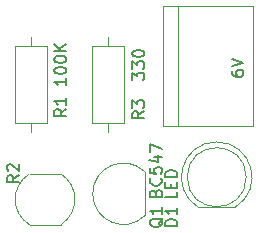
<source format=gbr>
G04 #@! TF.GenerationSoftware,KiCad,Pcbnew,(5.1.5)-3*
G04 #@! TF.CreationDate,2020-11-04T23:24:00+03:00*
G04 #@! TF.ProjectId,dark dedector,6461726b-2064-4656-9465-63746f722e6b,rev?*
G04 #@! TF.SameCoordinates,Original*
G04 #@! TF.FileFunction,Legend,Top*
G04 #@! TF.FilePolarity,Positive*
%FSLAX46Y46*%
G04 Gerber Fmt 4.6, Leading zero omitted, Abs format (unit mm)*
G04 Created by KiCad (PCBNEW (5.1.5)-3) date 2020-11-04 23:24:00*
%MOMM*%
%LPD*%
G04 APERTURE LIST*
%ADD10C,0.120000*%
%ADD11C,0.150000*%
G04 APERTURE END LIST*
D10*
X90000000Y-82120000D02*
X90000000Y-81350000D01*
X90000000Y-74040000D02*
X90000000Y-74810000D01*
X91370000Y-81350000D02*
X91370000Y-74810000D01*
X88630000Y-81350000D02*
X91370000Y-81350000D01*
X88630000Y-74810000D02*
X88630000Y-81350000D01*
X91370000Y-74810000D02*
X88630000Y-74810000D01*
X83500000Y-82120000D02*
X83500000Y-81350000D01*
X83500000Y-74040000D02*
X83500000Y-74810000D01*
X84870000Y-81350000D02*
X84870000Y-74810000D01*
X82130000Y-81350000D02*
X84870000Y-81350000D01*
X82130000Y-74810000D02*
X82130000Y-81350000D01*
X84870000Y-74810000D02*
X82130000Y-74810000D01*
X95960000Y-81620000D02*
X95960000Y-71460000D01*
X94690000Y-81620000D02*
X102310000Y-81620000D01*
X102310000Y-81620000D02*
X102310000Y-71460000D01*
X102310000Y-71460000D02*
X94690000Y-71460000D01*
X94690000Y-71460000D02*
X94690000Y-81620000D01*
X97655000Y-88490000D02*
X100745000Y-88490000D01*
X101700000Y-85930000D02*
G75*
G03X101700000Y-85930000I-2500000J0D01*
G01*
X99200462Y-82940000D02*
G75*
G03X97655170Y-88490000I-462J-2990000D01*
G01*
X99199538Y-82940000D02*
G75*
G02X100744830Y-88490000I462J-2990000D01*
G01*
X93150000Y-89130000D02*
X93150000Y-85530000D01*
X93138478Y-89168478D02*
G75*
G02X88700000Y-87330000I-1838478J1838478D01*
G01*
X93138478Y-85491522D02*
G75*
G03X88700000Y-87330000I-1838478J-1838478D01*
G01*
X83350000Y-89950000D02*
X86000000Y-89950000D01*
X83350000Y-85650000D02*
X86000000Y-85650000D01*
X83324524Y-85665612D02*
G75*
G03X83350000Y-89950000I1325476J-2134388D01*
G01*
X86028027Y-89932144D02*
G75*
G03X86000000Y-85650000I-1378027J2132144D01*
G01*
D11*
X93052380Y-80366666D02*
X92576190Y-80700000D01*
X93052380Y-80938095D02*
X92052380Y-80938095D01*
X92052380Y-80557142D01*
X92100000Y-80461904D01*
X92147619Y-80414285D01*
X92242857Y-80366666D01*
X92385714Y-80366666D01*
X92480952Y-80414285D01*
X92528571Y-80461904D01*
X92576190Y-80557142D01*
X92576190Y-80938095D01*
X92052380Y-80033333D02*
X92052380Y-79414285D01*
X92433333Y-79747619D01*
X92433333Y-79604761D01*
X92480952Y-79509523D01*
X92528571Y-79461904D01*
X92623809Y-79414285D01*
X92861904Y-79414285D01*
X92957142Y-79461904D01*
X93004761Y-79509523D01*
X93052380Y-79604761D01*
X93052380Y-79890476D01*
X93004761Y-79985714D01*
X92957142Y-80033333D01*
X92052380Y-77685714D02*
X92052380Y-77066666D01*
X92433333Y-77400000D01*
X92433333Y-77257142D01*
X92480952Y-77161904D01*
X92528571Y-77114285D01*
X92623809Y-77066666D01*
X92861904Y-77066666D01*
X92957142Y-77114285D01*
X93004761Y-77161904D01*
X93052380Y-77257142D01*
X93052380Y-77542857D01*
X93004761Y-77638095D01*
X92957142Y-77685714D01*
X92052380Y-76733333D02*
X92052380Y-76114285D01*
X92433333Y-76447619D01*
X92433333Y-76304761D01*
X92480952Y-76209523D01*
X92528571Y-76161904D01*
X92623809Y-76114285D01*
X92861904Y-76114285D01*
X92957142Y-76161904D01*
X93004761Y-76209523D01*
X93052380Y-76304761D01*
X93052380Y-76590476D01*
X93004761Y-76685714D01*
X92957142Y-76733333D01*
X92052380Y-75495238D02*
X92052380Y-75400000D01*
X92100000Y-75304761D01*
X92147619Y-75257142D01*
X92242857Y-75209523D01*
X92433333Y-75161904D01*
X92671428Y-75161904D01*
X92861904Y-75209523D01*
X92957142Y-75257142D01*
X93004761Y-75304761D01*
X93052380Y-75400000D01*
X93052380Y-75495238D01*
X93004761Y-75590476D01*
X92957142Y-75638095D01*
X92861904Y-75685714D01*
X92671428Y-75733333D01*
X92433333Y-75733333D01*
X92242857Y-75685714D01*
X92147619Y-75638095D01*
X92100000Y-75590476D01*
X92052380Y-75495238D01*
X86452380Y-80166666D02*
X85976190Y-80500000D01*
X86452380Y-80738095D02*
X85452380Y-80738095D01*
X85452380Y-80357142D01*
X85500000Y-80261904D01*
X85547619Y-80214285D01*
X85642857Y-80166666D01*
X85785714Y-80166666D01*
X85880952Y-80214285D01*
X85928571Y-80261904D01*
X85976190Y-80357142D01*
X85976190Y-80738095D01*
X86452380Y-79214285D02*
X86452380Y-79785714D01*
X86452380Y-79500000D02*
X85452380Y-79500000D01*
X85595238Y-79595238D01*
X85690476Y-79690476D01*
X85738095Y-79785714D01*
X86452380Y-77566666D02*
X86452380Y-78138095D01*
X86452380Y-77852380D02*
X85452380Y-77852380D01*
X85595238Y-77947619D01*
X85690476Y-78042857D01*
X85738095Y-78138095D01*
X85452380Y-76947619D02*
X85452380Y-76852380D01*
X85500000Y-76757142D01*
X85547619Y-76709523D01*
X85642857Y-76661904D01*
X85833333Y-76614285D01*
X86071428Y-76614285D01*
X86261904Y-76661904D01*
X86357142Y-76709523D01*
X86404761Y-76757142D01*
X86452380Y-76852380D01*
X86452380Y-76947619D01*
X86404761Y-77042857D01*
X86357142Y-77090476D01*
X86261904Y-77138095D01*
X86071428Y-77185714D01*
X85833333Y-77185714D01*
X85642857Y-77138095D01*
X85547619Y-77090476D01*
X85500000Y-77042857D01*
X85452380Y-76947619D01*
X85452380Y-75995238D02*
X85452380Y-75900000D01*
X85500000Y-75804761D01*
X85547619Y-75757142D01*
X85642857Y-75709523D01*
X85833333Y-75661904D01*
X86071428Y-75661904D01*
X86261904Y-75709523D01*
X86357142Y-75757142D01*
X86404761Y-75804761D01*
X86452380Y-75900000D01*
X86452380Y-75995238D01*
X86404761Y-76090476D01*
X86357142Y-76138095D01*
X86261904Y-76185714D01*
X86071428Y-76233333D01*
X85833333Y-76233333D01*
X85642857Y-76185714D01*
X85547619Y-76138095D01*
X85500000Y-76090476D01*
X85452380Y-75995238D01*
X86452380Y-75233333D02*
X85452380Y-75233333D01*
X86452380Y-74661904D02*
X85880952Y-75090476D01*
X85452380Y-74661904D02*
X86023809Y-75233333D01*
X100452380Y-76938095D02*
X100452380Y-77128571D01*
X100500000Y-77223809D01*
X100547619Y-77271428D01*
X100690476Y-77366666D01*
X100880952Y-77414285D01*
X101261904Y-77414285D01*
X101357142Y-77366666D01*
X101404761Y-77319047D01*
X101452380Y-77223809D01*
X101452380Y-77033333D01*
X101404761Y-76938095D01*
X101357142Y-76890476D01*
X101261904Y-76842857D01*
X101023809Y-76842857D01*
X100928571Y-76890476D01*
X100880952Y-76938095D01*
X100833333Y-77033333D01*
X100833333Y-77223809D01*
X100880952Y-77319047D01*
X100928571Y-77366666D01*
X101023809Y-77414285D01*
X100452380Y-76557142D02*
X101452380Y-76223809D01*
X100452380Y-75890476D01*
X95852380Y-90038095D02*
X94852380Y-90038095D01*
X94852380Y-89800000D01*
X94900000Y-89657142D01*
X94995238Y-89561904D01*
X95090476Y-89514285D01*
X95280952Y-89466666D01*
X95423809Y-89466666D01*
X95614285Y-89514285D01*
X95709523Y-89561904D01*
X95804761Y-89657142D01*
X95852380Y-89800000D01*
X95852380Y-90038095D01*
X95852380Y-88514285D02*
X95852380Y-89085714D01*
X95852380Y-88800000D02*
X94852380Y-88800000D01*
X94995238Y-88895238D01*
X95090476Y-88990476D01*
X95138095Y-89085714D01*
X95852380Y-87142857D02*
X95852380Y-87619047D01*
X94852380Y-87619047D01*
X95328571Y-86809523D02*
X95328571Y-86476190D01*
X95852380Y-86333333D02*
X95852380Y-86809523D01*
X94852380Y-86809523D01*
X94852380Y-86333333D01*
X95852380Y-85904761D02*
X94852380Y-85904761D01*
X94852380Y-85666666D01*
X94900000Y-85523809D01*
X94995238Y-85428571D01*
X95090476Y-85380952D01*
X95280952Y-85333333D01*
X95423809Y-85333333D01*
X95614285Y-85380952D01*
X95709523Y-85428571D01*
X95804761Y-85523809D01*
X95852380Y-85666666D01*
X95852380Y-85904761D01*
X94647619Y-89395238D02*
X94600000Y-89490476D01*
X94504761Y-89585714D01*
X94361904Y-89728571D01*
X94314285Y-89823809D01*
X94314285Y-89919047D01*
X94552380Y-89871428D02*
X94504761Y-89966666D01*
X94409523Y-90061904D01*
X94219047Y-90109523D01*
X93885714Y-90109523D01*
X93695238Y-90061904D01*
X93600000Y-89966666D01*
X93552380Y-89871428D01*
X93552380Y-89680952D01*
X93600000Y-89585714D01*
X93695238Y-89490476D01*
X93885714Y-89442857D01*
X94219047Y-89442857D01*
X94409523Y-89490476D01*
X94504761Y-89585714D01*
X94552380Y-89680952D01*
X94552380Y-89871428D01*
X94552380Y-88490476D02*
X94552380Y-89061904D01*
X94552380Y-88776190D02*
X93552380Y-88776190D01*
X93695238Y-88871428D01*
X93790476Y-88966666D01*
X93838095Y-89061904D01*
X94018571Y-87257142D02*
X94066190Y-87114285D01*
X94113809Y-87066666D01*
X94209047Y-87019047D01*
X94351904Y-87019047D01*
X94447142Y-87066666D01*
X94494761Y-87114285D01*
X94542380Y-87209523D01*
X94542380Y-87590476D01*
X93542380Y-87590476D01*
X93542380Y-87257142D01*
X93590000Y-87161904D01*
X93637619Y-87114285D01*
X93732857Y-87066666D01*
X93828095Y-87066666D01*
X93923333Y-87114285D01*
X93970952Y-87161904D01*
X94018571Y-87257142D01*
X94018571Y-87590476D01*
X94447142Y-86019047D02*
X94494761Y-86066666D01*
X94542380Y-86209523D01*
X94542380Y-86304761D01*
X94494761Y-86447619D01*
X94399523Y-86542857D01*
X94304285Y-86590476D01*
X94113809Y-86638095D01*
X93970952Y-86638095D01*
X93780476Y-86590476D01*
X93685238Y-86542857D01*
X93590000Y-86447619D01*
X93542380Y-86304761D01*
X93542380Y-86209523D01*
X93590000Y-86066666D01*
X93637619Y-86019047D01*
X93542380Y-85114285D02*
X93542380Y-85590476D01*
X94018571Y-85638095D01*
X93970952Y-85590476D01*
X93923333Y-85495238D01*
X93923333Y-85257142D01*
X93970952Y-85161904D01*
X94018571Y-85114285D01*
X94113809Y-85066666D01*
X94351904Y-85066666D01*
X94447142Y-85114285D01*
X94494761Y-85161904D01*
X94542380Y-85257142D01*
X94542380Y-85495238D01*
X94494761Y-85590476D01*
X94447142Y-85638095D01*
X93875714Y-84209523D02*
X94542380Y-84209523D01*
X93494761Y-84447619D02*
X94209047Y-84685714D01*
X94209047Y-84066666D01*
X93542380Y-83780952D02*
X93542380Y-83114285D01*
X94542380Y-83542857D01*
X82452380Y-85766666D02*
X81976190Y-86100000D01*
X82452380Y-86338095D02*
X81452380Y-86338095D01*
X81452380Y-85957142D01*
X81500000Y-85861904D01*
X81547619Y-85814285D01*
X81642857Y-85766666D01*
X81785714Y-85766666D01*
X81880952Y-85814285D01*
X81928571Y-85861904D01*
X81976190Y-85957142D01*
X81976190Y-86338095D01*
X81547619Y-85385714D02*
X81500000Y-85338095D01*
X81452380Y-85242857D01*
X81452380Y-85004761D01*
X81500000Y-84909523D01*
X81547619Y-84861904D01*
X81642857Y-84814285D01*
X81738095Y-84814285D01*
X81880952Y-84861904D01*
X82452380Y-85433333D01*
X82452380Y-84814285D01*
M02*

</source>
